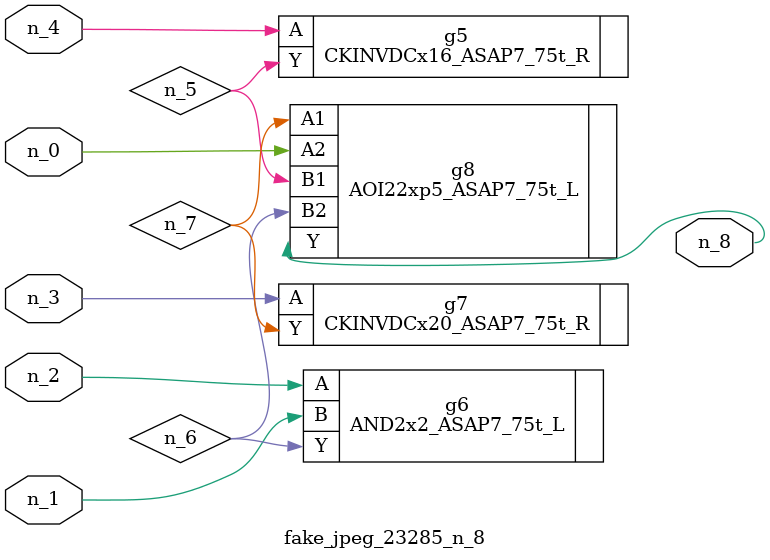
<source format=v>
module fake_jpeg_23285_n_8 (n_3, n_2, n_1, n_0, n_4, n_8);

input n_3;
input n_2;
input n_1;
input n_0;
input n_4;

output n_8;

wire n_6;
wire n_5;
wire n_7;

CKINVDCx16_ASAP7_75t_R g5 ( 
.A(n_4),
.Y(n_5)
);

AND2x2_ASAP7_75t_L g6 ( 
.A(n_2),
.B(n_1),
.Y(n_6)
);

CKINVDCx20_ASAP7_75t_R g7 ( 
.A(n_3),
.Y(n_7)
);

AOI22xp5_ASAP7_75t_L g8 ( 
.A1(n_7),
.A2(n_0),
.B1(n_5),
.B2(n_6),
.Y(n_8)
);


endmodule
</source>
